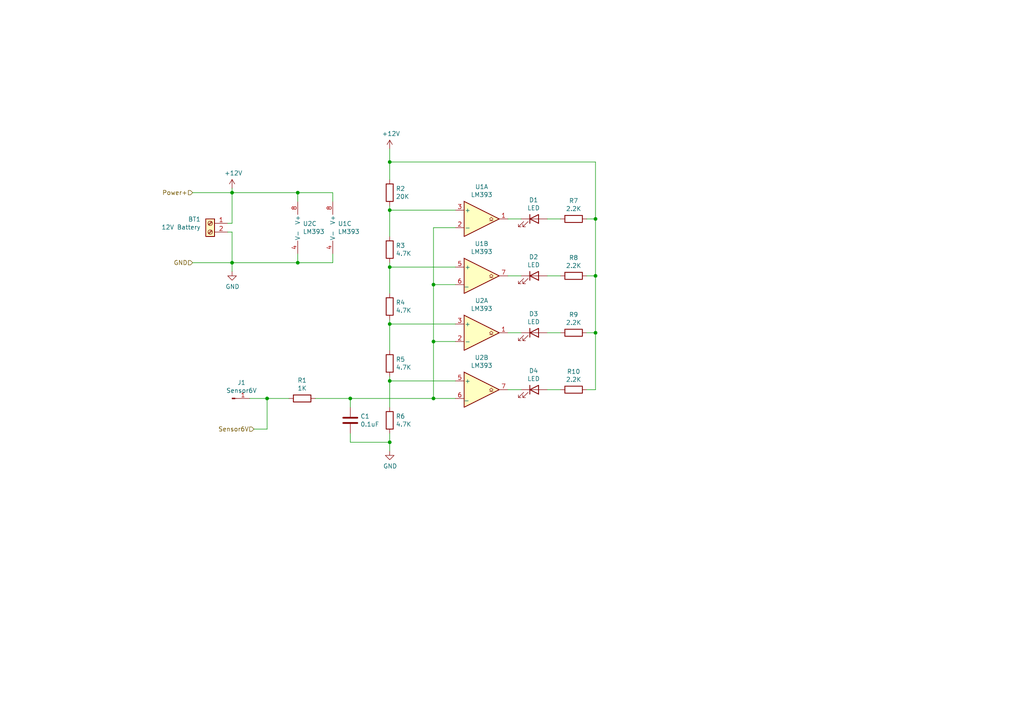
<source format=kicad_sch>
(kicad_sch (version 20211123) (generator eeschema)
  (paper "A4")
  (title_block (title "Voltage Sensor") (date "2020-01-07") (rev "1"))
  (lib_symbols
    (symbol "Comparator:LM393" (pin_names (offset 0.127))
      (property "Reference" "U" (at 3.81 3.81 0))
      (property "Value" "LM393" (at 6.35 -3.81 0))
      (symbol "LM393_1_1"
        (polyline (pts (xy -5.08 5.08) (xy 5.08 0) (xy -5.08 -5.08) (xy -5.08 5.08)) (stroke (width 0.254)) (fill (type background)))
        (polyline (pts (xy 3.302 -0.508) (xy 2.794 -0.508) (xy 3.302 0) (xy 2.794 0.508) (xy 2.286 0) (xy 2.794 -0.508) (xy 2.286 -0.508)) (stroke (width 0.127)))
        (pin open_collector line (at 7.62 0 180) (length 2.54) (name "~") (number "1"))
        (pin input line (at -7.62 -2.54 0) (length 2.54) (name "-") (number "2"))
        (pin input line (at -7.62 2.54 0) (length 2.54) (name "+") (number "3"))
      )
      (symbol "LM393_2_1"
        (polyline (pts (xy -5.08 5.08) (xy 5.08 0) (xy -5.08 -5.08) (xy -5.08 5.08)) (stroke (width 0.254)) (fill (type background)))
        (polyline (pts (xy 3.302 -0.508) (xy 2.794 -0.508) (xy 3.302 0) (xy 2.794 0.508) (xy 2.286 0) (xy 2.794 -0.508) (xy 2.286 -0.508)) (stroke (width 0.127)))
        (pin input line (at -7.62 2.54 0) (length 2.54) (name "+") (number "5"))
        (pin input line (at -7.62 -2.54 0) (length 2.54) (name "_") (number "6"))
        (pin open_collector line (at 7.62 0 180) (length 2.54) (name "~") (number "7"))
      )
      (symbol "LM393_3_1"
        (pin power_in line (at -2.54 -7.62 90) (length 3.81) (name "V-") (number "4"))
        (pin power_in line (at -2.54 7.62 270) (length 3.81) (name "V+") (number "8"))
      )
    )
    (symbol "Connector:Conn_01x01_Male" (pin_names (offset 1.016) hide)
      (property "Reference" "J" (at 0 2.54 0))
      (property "Value" "Conn_01x01_Male" (at 0 -2.54 0))
      (symbol "Conn_01x01_Male_1_1"
        (polyline (pts (xy 1.27 0) (xy 0.8636 0)) (stroke (width 0.1524)))
        (rectangle (start 0.8636 0.127) (end 0 -0.127) (stroke (width 0.1524)) (fill (type outline)))
        (pin passive line (at 5.08 0 180) (length 3.81) (name "Pin_1") (number "1"))
      )
    )
    (symbol "Connector:Screw_Terminal_01x02" (pin_names (offset 1.016) hide)
      (property "Reference" "J" (at 0 2.54 0))
      (property "Value" "Screw_Terminal_01x02" (at 0 -5.08 0))
      (symbol "Screw_Terminal_01x02_1_1"
        (rectangle (start -1.27 1.27) (end 1.27 -3.81) (stroke (width 0.254)) (fill (type background)))
        (circle (center 0 -2.54) (radius 0.635) (stroke (width 0.1524)))
        (polyline (pts (xy -0.5334 -2.2098) (xy 0.3302 -3.048)) (stroke (width 0.1524)))
        (polyline (pts (xy -0.5334 0.3302) (xy 0.3302 -0.508)) (stroke (width 0.1524)))
        (polyline (pts (xy -0.3556 -2.032) (xy 0.508 -2.8702)) (stroke (width 0.1524)))
        (polyline (pts (xy -0.3556 0.508) (xy 0.508 -0.3302)) (stroke (width 0.1524)))
        (circle (center 0 0) (radius 0.635) (stroke (width 0.1524)))
        (pin passive line (at -5.08 0 0) (length 3.81) (name "Pin_1") (number "1"))
        (pin passive line (at -5.08 -2.54 0) (length 3.81) (name "Pin_2") (number "2"))
      )
    )
    (symbol "Device:C" (pin_numbers hide) (pin_names (offset 0.254))
      (property "Reference" "C" (at 0.635 2.54 0))
      (property "Value" "C" (at 0.635 -2.54 0))
      (symbol "C_0_1"
        (polyline (pts (xy -2.032 -0.762) (xy 2.032 -0.762)) (stroke (width 0.508)))
        (polyline (pts (xy -2.032 0.762) (xy 2.032 0.762)) (stroke (width 0.508)))
      )
      (symbol "C_1_1"
        (pin passive line (at 0 3.81 270) (length 2.794) (name "~") (number "1"))
        (pin passive line (at 0 -3.81 90) (length 2.794) (name "~") (number "2"))
      )
    )
    (symbol "Device:LED" (pin_numbers hide) (pin_names (offset 1.016) hide)
      (property "Reference" "D" (at 0 2.54 0))
      (property "Value" "LED" (at 0 -2.54 0))
      (symbol "LED_0_1"
        (polyline (pts (xy -1.27 -1.27) (xy -1.27 1.27)) (stroke (width 0.254)))
        (polyline (pts (xy -1.27 0) (xy 1.27 0)))
        (polyline (pts (xy 1.27 -1.27) (xy 1.27 1.27) (xy -1.27 0) (xy 1.27 -1.27)) (stroke (width 0.254)))
        (polyline (pts (xy -3.048 -0.762) (xy -4.572 -2.286) (xy -3.81 -2.286) (xy -4.572 -2.286) (xy -4.572 -1.524)))
        (polyline (pts (xy -1.778 -0.762) (xy -3.302 -2.286) (xy -2.54 -2.286) (xy -3.302 -2.286) (xy -3.302 -1.524)))
      )
      (symbol "LED_1_1"
        (pin passive line (at -3.81 0 0) (length 2.54) (name "K") (number "1"))
        (pin passive line (at 3.81 0 180) (length 2.54) (name "A") (number "2"))
      )
    )
    (symbol "Device:R" (pin_numbers hide) (pin_names (offset 0))
      (property "Reference" "R" (at 2.032 0 90))
      (property "Value" "R" (at 0 0 90))
      (symbol "R_0_1"
        (rectangle (start -1.016 -2.54) (end 1.016 2.54) (stroke (width 0.254)))
      )
      (symbol "R_1_1"
        (pin passive line (at 0 3.81 270) (length 1.27) (name "~") (number "1"))
        (pin passive line (at 0 -3.81 90) (length 1.27) (name "~") (number "2"))
      )
    )
    (symbol "power:+12V" (power) (pin_names (offset 0))
      (property "Value" "+12V" (at 0 3.556 0))
      (symbol "+12V_0_1"
        (polyline (pts (xy -0.762 1.27) (xy 0 2.54)))
        (polyline (pts (xy 0 0) (xy 0 2.54)))
        (polyline (pts (xy 0 2.54) (xy 0.762 1.27)))
      )
      (symbol "+12V_1_1"
        (pin power_in line (at 0 0 90) (length 0) hide (name "+12V") (number "1"))
      )
    )
    (symbol "power:GND" (power) (pin_names (offset 0))
      (property "Value" "GND" (at 0 -3.81 0))
      (symbol "GND_0_1"
        (polyline (pts (xy 0 0) (xy 0 -1.27) (xy 1.27 -1.27) (xy 0 -2.54) (xy -1.27 -1.27) (xy 0 -1.27)))
      )
      (symbol "GND_1_1"
        (pin power_in line (at 0 0 270) (length 0) hide (name "GND") (number "1"))
      )
    )
  )
  (junction (at 101.6 115.57))
  (junction (at 67.31 55.88))
  (junction (at 113.03 110.49))
  (junction (at 172.72 63.5))
  (junction (at 125.73 99.06))
  (junction (at 113.03 60.96))
  (junction (at 125.73 82.55))
  (junction (at 86.36 55.88))
  (junction (at 125.73 115.57))
  (junction (at 172.72 80.01))
  (junction (at 172.72 96.52))
  (junction (at 113.03 46.99))
  (junction (at 113.03 128.27))
  (junction (at 86.36 76.2))
  (junction (at 67.31 76.2))
  (junction (at 77.47 115.57))
  (junction (at 113.03 93.98))
  (junction (at 113.03 77.47))
  (wire (pts (xy 66.04 67.31) (xy 67.31 67.31)))
  (wire (pts (xy 132.08 66.04) (xy 125.73 66.04)))
  (wire (pts (xy 86.36 55.88) (xy 86.36 58.42)))
  (wire (pts (xy 113.03 60.96) (xy 113.03 68.58)))
  (wire (pts (xy 151.13 80.01) (xy 147.32 80.01)))
  (wire (pts (xy 113.03 77.47) (xy 113.03 76.2)))
  (wire (pts (xy 172.72 46.99) (xy 172.72 63.5)))
  (wire (pts (xy 113.03 77.47) (xy 113.03 85.09)))
  (wire (pts (xy 86.36 76.2) (xy 67.31 76.2)))
  (wire (pts (xy 125.73 99.06) (xy 125.73 115.57)))
  (wire (pts (xy 162.56 96.52) (xy 158.75 96.52)))
  (wire (pts (xy 132.08 60.96) (xy 113.03 60.96)))
  (wire (pts (xy 91.44 115.57) (xy 101.6 115.57)))
  (wire (pts (xy 125.73 115.57) (xy 101.6 115.57)))
  (wire (pts (xy 132.08 110.49) (xy 113.03 110.49)))
  (wire (pts (xy 170.18 113.03) (xy 172.72 113.03)))
  (wire (pts (xy 113.03 46.99) (xy 172.72 46.99)))
  (wire (pts (xy 101.6 125.73) (xy 101.6 128.27)))
  (wire (pts (xy 113.03 93.98) (xy 113.03 101.6)))
  (wire (pts (xy 67.31 76.2) (xy 67.31 78.74)))
  (wire (pts (xy 73.66 124.46) (xy 77.47 124.46)))
  (wire (pts (xy 113.03 77.47) (xy 132.08 77.47)))
  (wire (pts (xy 113.03 130.81) (xy 113.03 128.27)))
  (wire (pts (xy 162.56 80.01) (xy 158.75 80.01)))
  (wire (pts (xy 66.04 64.77) (xy 67.31 64.77)))
  (wire (pts (xy 77.47 115.57) (xy 77.47 124.46)))
  (wire (pts (xy 55.88 55.88) (xy 67.31 55.88)))
  (wire (pts (xy 125.73 99.06) (xy 132.08 99.06)))
  (wire (pts (xy 67.31 67.31) (xy 67.31 76.2)))
  (wire (pts (xy 113.03 128.27) (xy 113.03 125.73)))
  (wire (pts (xy 96.52 55.88) (xy 96.52 58.42)))
  (wire (pts (xy 86.36 55.88) (xy 96.52 55.88)))
  (wire (pts (xy 162.56 113.03) (xy 158.75 113.03)))
  (wire (pts (xy 125.73 115.57) (xy 132.08 115.57)))
  (wire (pts (xy 125.73 82.55) (xy 132.08 82.55)))
  (wire (pts (xy 172.72 63.5) (xy 170.18 63.5)))
  (wire (pts (xy 67.31 55.88) (xy 67.31 64.77)))
  (wire (pts (xy 113.03 92.71) (xy 113.03 93.98)))
  (wire (pts (xy 170.18 80.01) (xy 172.72 80.01)))
  (wire (pts (xy 158.75 63.5) (xy 162.56 63.5)))
  (wire (pts (xy 125.73 82.55) (xy 125.73 99.06)))
  (wire (pts (xy 172.72 80.01) (xy 172.72 63.5)))
  (wire (pts (xy 83.82 115.57) (xy 77.47 115.57)))
  (wire (pts (xy 172.72 113.03) (xy 172.72 96.52)))
  (wire (pts (xy 101.6 128.27) (xy 113.03 128.27)))
  (wire (pts (xy 170.18 96.52) (xy 172.72 96.52)))
  (wire (pts (xy 147.32 63.5) (xy 151.13 63.5)))
  (wire (pts (xy 125.73 66.04) (xy 125.73 82.55)))
  (wire (pts (xy 86.36 76.2) (xy 86.36 73.66)))
  (wire (pts (xy 151.13 113.03) (xy 147.32 113.03)))
  (wire (pts (xy 86.36 55.88) (xy 67.31 55.88)))
  (wire (pts (xy 96.52 73.66) (xy 96.52 76.2)))
  (wire (pts (xy 72.39 115.57) (xy 77.47 115.57)))
  (wire (pts (xy 113.03 43.18) (xy 113.03 46.99)))
  (wire (pts (xy 101.6 118.11) (xy 101.6 115.57)))
  (wire (pts (xy 113.03 110.49) (xy 113.03 109.22)))
  (wire (pts (xy 67.31 54.61) (xy 67.31 55.88)))
  (wire (pts (xy 113.03 60.96) (xy 113.03 59.69)))
  (wire (pts (xy 86.36 76.2) (xy 96.52 76.2)))
  (wire (pts (xy 113.03 52.07) (xy 113.03 46.99)))
  (wire (pts (xy 132.08 93.98) (xy 113.03 93.98)))
  (wire (pts (xy 151.13 96.52) (xy 147.32 96.52)))
  (wire (pts (xy 172.72 96.52) (xy 172.72 80.01)))
  (wire (pts (xy 55.88 76.2) (xy 67.31 76.2)))
  (wire (pts (xy 113.03 118.11) (xy 113.03 110.49)))
  (hierarchical_label "Power+" (shape input) (at 55.88 55.88 180))
  (hierarchical_label "Sensor6V" (shape input) (at 73.66 124.46 180))
  (hierarchical_label "GND" (shape input) (at 55.88 76.2 180))
  (symbol (lib_id "Comparator:LM393") (at 139.7 63.5 0) (unit 1)
    (property "Reference" "U1" (at 139.7 54.1782 0))
    (property "Value" "LM393" (at 139.7 56.4896 0))
    (property "Footprint" "Package_DIP:DIP-8_W7.62mm" (effects hide))
    (property "Datasheet" "http://www.ti.com/lit/ds/symlink/lm393-n.pdf" (effects hide))
  )
  (symbol (lib_id "Comparator:LM393") (at 139.7 80.01 0) (unit 2)
    (property "Reference" "U1" (at 139.7 70.6882 0))
    (property "Value" "LM393" (at 139.7 72.9996 0))
    (property "Datasheet" "http://www.ti.com/lit/ds/symlink/lm393-n.pdf" (effects hide))
  )
  (symbol (lib_id "Comparator:LM393") (at 99.06 66.04 0) (unit 3)
    (property "Reference" "U1" (at 97.9932 64.8716 0) (effects (justify left)))
    (property "Value" "LM393" (at 97.9932 67.183 0) (effects (justify left)))
    (property "Datasheet" "http://www.ti.com/lit/ds/symlink/lm393-n.pdf" (effects hide))
  )
  (symbol (lib_id "Comparator:LM393") (at 139.7 96.52 0) (unit 1)
    (property "Reference" "U2" (at 139.7 87.1982 0))
    (property "Value" "LM393" (at 139.7 89.5096 0))
    (property "Footprint" "Package_DIP:DIP-8_W7.62mm" (effects hide))
    (property "Datasheet" "http://www.ti.com/lit/ds/symlink/lm393-n.pdf" (effects hide))
  )
  (symbol (lib_id "Comparator:LM393") (at 139.7 113.03 0) (unit 2)
    (property "Reference" "U2" (at 139.7 103.7082 0))
    (property "Value" "LM393" (at 139.7 106.0196 0))
    (property "Datasheet" "http://www.ti.com/lit/ds/symlink/lm393-n.pdf" (effects hide))
  )
  (symbol (lib_id "Comparator:LM393") (at 88.9 66.04 0) (unit 3)
    (property "Reference" "U2" (at 87.8332 64.8716 0) (effects (justify left)))
    (property "Value" "LM393" (at 87.8332 67.183 0) (effects (justify left)))
    (property "Datasheet" "http://www.ti.com/lit/ds/symlink/lm393-n.pdf" (effects hide))
  )
  (symbol (lib_id "Device:R") (at 113.03 55.88 180) (unit 1)
    (property "Reference" "R2" (at 114.808 54.7116 0) (effects (justify right)))
    (property "Value" "20K" (at 114.808 57.023 0) (effects (justify right)))
    (property "Footprint" "Resistor_THT:R_Axial_DIN0207_L6.3mm_D2.5mm_P7.62mm_Horizontal" (effects hide))
  )
  (symbol (lib_id "Device:R") (at 113.03 72.39 180) (unit 1)
    (property "Reference" "R3" (at 114.808 71.2216 0) (effects (justify right)))
    (property "Value" "4.7K" (at 114.808 73.533 0) (effects (justify right)))
    (property "Footprint" "Resistor_THT:R_Axial_DIN0207_L6.3mm_D2.5mm_P7.62mm_Horizontal" (effects hide))
  )
  (symbol (lib_id "Device:R") (at 113.03 88.9 180) (unit 1)
    (property "Reference" "R4" (at 114.808 87.7316 0) (effects (justify right)))
    (property "Value" "4.7K" (at 114.808 90.043 0) (effects (justify right)))
    (property "Footprint" "Resistor_THT:R_Axial_DIN0207_L6.3mm_D2.5mm_P7.62mm_Horizontal" (effects hide))
  )
  (symbol (lib_id "Device:R") (at 113.03 105.41 180) (unit 1)
    (property "Reference" "R5" (at 114.808 104.2416 0) (effects (justify right)))
    (property "Value" "4.7K" (at 114.808 106.553 0) (effects (justify right)))
    (property "Footprint" "Resistor_THT:R_Axial_DIN0207_L6.3mm_D2.5mm_P7.62mm_Horizontal" (effects hide))
  )
  (symbol (lib_id "Device:R") (at 113.03 121.92 180) (unit 1)
    (property "Reference" "R6" (at 114.808 120.7516 0) (effects (justify right)))
    (property "Value" "4.7K" (at 114.808 123.063 0) (effects (justify right)))
    (property "Footprint" "Resistor_THT:R_Axial_DIN0207_L6.3mm_D2.5mm_P7.62mm_Horizontal" (effects hide))
  )
  (symbol (lib_id "Device:LED") (at 154.94 63.5 0) (unit 1)
    (property "Reference" "D1" (at 154.7622 58.0136 0))
    (property "Value" "LED" (at 154.7622 60.325 0))
    (property "Footprint" "LED_THT:LED_D3.0mm_FlatTop" (effects hide))
  )
  (symbol (lib_id "Device:LED") (at 154.94 80.01 0) (unit 1)
    (property "Reference" "D2" (at 154.7622 74.5236 0))
    (property "Value" "LED" (at 154.7622 76.835 0))
    (property "Footprint" "LED_THT:LED_D3.0mm_FlatTop" (effects hide))
  )
  (symbol (lib_id "Device:LED") (at 154.94 96.52 0) (unit 1)
    (property "Reference" "D3" (at 154.7622 91.0336 0))
    (property "Value" "LED" (at 154.7622 93.345 0))
    (property "Footprint" "LED_THT:LED_D3.0mm_FlatTop" (effects hide))
  )
  (symbol (lib_id "Device:LED") (at 154.94 113.03 0) (unit 1)
    (property "Reference" "D4" (at 154.7622 107.5436 0))
    (property "Value" "LED" (at 154.7622 109.855 0))
    (property "Footprint" "LED_THT:LED_D3.0mm_FlatTop" (effects hide))
  )
  (symbol (lib_id "Device:R") (at 166.37 63.5 270) (unit 1)
    (property "Reference" "R7" (at 166.37 58.2422 90))
    (property "Value" "2.2K" (at 166.37 60.5536 90))
    (property "Footprint" "Resistor_THT:R_Axial_DIN0207_L6.3mm_D2.5mm_P7.62mm_Horizontal" (effects hide))
  )
  (symbol (lib_id "Device:R") (at 166.37 80.01 270) (unit 1)
    (property "Reference" "R8" (at 166.37 74.7522 90))
    (property "Value" "2.2K" (at 166.37 77.0636 90))
    (property "Footprint" "Resistor_THT:R_Axial_DIN0207_L6.3mm_D2.5mm_P7.62mm_Horizontal" (effects hide))
  )
  (symbol (lib_id "Device:R") (at 166.37 96.52 270) (unit 1)
    (property "Reference" "R9" (at 166.37 91.2622 90))
    (property "Value" "2.2K" (at 166.37 93.5736 90))
    (property "Footprint" "Resistor_THT:R_Axial_DIN0207_L6.3mm_D2.5mm_P7.62mm_Horizontal" (effects hide))
  )
  (symbol (lib_id "Device:R") (at 166.37 113.03 270) (unit 1)
    (property "Reference" "R10" (at 166.37 107.7722 90))
    (property "Value" "2.2K" (at 166.37 110.0836 90))
    (property "Footprint" "Resistor_THT:R_Axial_DIN0207_L6.3mm_D2.5mm_P7.62mm_Horizontal" (effects hide))
  )
  (symbol (lib_id "power:GND") (at 113.03 130.81 0) (unit 1)
    (property "Reference" "#PWR0101" (effects hide))
    (property "Value" "GND" (at 113.157 135.2042 0))
  )
  (symbol (lib_id "Connector:Screw_Terminal_01x02") (at 60.96 64.77 0) (mirror y) (unit 1)
    (property "Reference" "BT1" (at 58.2168 63.6016 0) (effects (justify left)))
    (property "Value" "12V Battery" (at 58.2168 65.913 0) (effects (justify left)))
    (property "Footprint" "Connector_JST:JST_XH_B2B-XH-A_1x02_P2.50mm_Vertical" (effects hide))
  )
  (symbol (lib_id "power:+12V") (at 113.03 43.18 0) (unit 1)
    (property "Reference" "#PWR0102" (effects hide))
    (property "Value" "+12V" (at 113.411 38.7858 0))
  )
  (symbol (lib_id "Device:R") (at 87.63 115.57 270) (unit 1)
    (property "Reference" "R1" (at 87.63 110.3122 90))
    (property "Value" "1K" (at 87.63 112.6236 90))
    (property "Footprint" "Resistor_THT:R_Axial_DIN0207_L6.3mm_D2.5mm_P7.62mm_Horizontal" (effects hide))
  )
  (symbol (lib_id "Device:C") (at 101.6 121.92 0) (unit 1)
    (property "Reference" "C1" (at 104.521 120.7516 0) (effects (justify left)))
    (property "Value" "0.1uF" (at 104.521 123.063 0) (effects (justify left)))
    (property "Footprint" "Capacitor_THT:C_Disc_D3.0mm_W1.6mm_P2.50mm" (effects hide))
  )
  (symbol (lib_id "power:+12V") (at 67.31 54.61 0) (unit 1)
    (property "Reference" "#PWR0103" (effects hide))
    (property "Value" "+12V" (at 67.691 50.2158 0))
  )
  (symbol (lib_id "power:GND") (at 67.31 78.74 0) (unit 1)
    (property "Reference" "#PWR0104" (effects hide))
    (property "Value" "GND" (at 67.437 83.1342 0))
  )
  (symbol (lib_id "Connector:Conn_01x01_Male") (at 67.31 115.57 0) (unit 1)
    (property "Reference" "J1" (at 70.0532 110.9726 0))
    (property "Value" "Sensor6V" (at 70.0532 113.284 0))
  )
)
</source>
